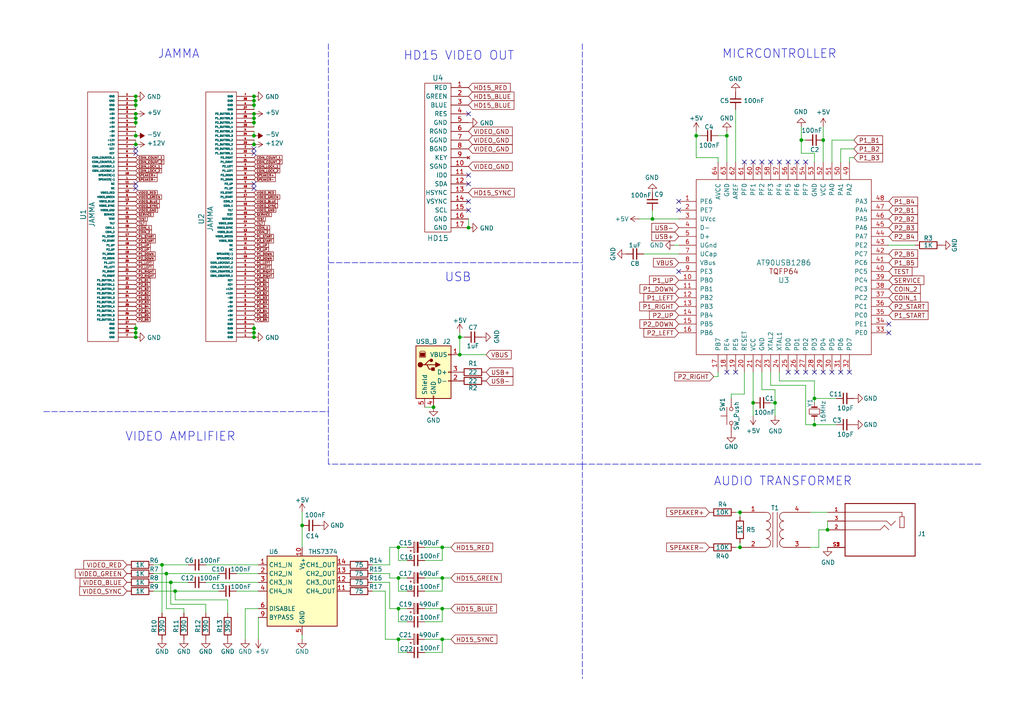
<source format=kicad_sch>
(kicad_sch (version 20231120) (generator "eeschema") (generator_version "8.0")
  (paper "A4")
  (junction (at 128.27 185.42))
  (junction (at 39.37 97.79))
  (junction (at 133.35 102.87))
  (junction (at 39.37 33.02))
  (junction (at 133.35 97.79))
  (junction (at 128.27 167.64))
  (junction (at 236.22 123.19))
  (junction (at 125.73 118.11))
  (junction (at 240.03 153.67))
  (junction (at 115.57 167.64))
  (junction (at 46.99 163.83))
  (junction (at 210.82 39.37))
  (junction (at 189.23 63.5))
  (junction (at 224.79 116.84))
  (junction (at 73.66 95.25))
  (junction (at 238.76 40.64))
  (junction (at 135.89 66.04))
  (junction (at 39.37 34.29))
  (junction (at 39.37 95.25))
  (junction (at 39.37 30.48))
  (junction (at 73.66 96.52))
  (junction (at 87.63 152.4))
  (junction (at 214.63 148.59))
  (junction (at 73.66 30.48))
  (junction (at 39.37 39.37))
  (junction (at 115.57 158.75))
  (junction (at 39.37 35.56))
  (junction (at 218.44 116.84))
  (junction (at 73.66 29.21))
  (junction (at 236.22 115.57))
  (junction (at 48.26 166.37))
  (junction (at 73.66 41.91))
  (junction (at 73.66 97.79))
  (junction (at 214.63 158.75))
  (junction (at 73.66 39.37))
  (junction (at 73.66 33.02))
  (junction (at 39.37 27.94))
  (junction (at 73.66 34.29))
  (junction (at 49.53 168.91))
  (junction (at 115.57 176.53))
  (junction (at 232.41 40.64))
  (junction (at 39.37 96.52))
  (junction (at 39.37 41.91))
  (junction (at 201.93 39.37))
  (junction (at 128.27 176.53))
  (junction (at 73.66 27.94))
  (junction (at 39.37 29.21))
  (junction (at 128.27 158.75))
  (junction (at 73.66 35.56))
  (junction (at 50.8 171.45))
  (junction (at 115.57 185.42))
  (no_connect (at 231.14 46.99))
  (no_connect (at 196.85 58.42))
  (no_connect (at 236.22 107.95))
  (no_connect (at 218.44 46.99))
  (no_connect (at 135.89 50.8))
  (no_connect (at 196.85 78.74))
  (no_connect (at 220.98 46.99))
  (no_connect (at 210.82 107.95))
  (no_connect (at 228.6 107.95))
  (no_connect (at 226.06 46.99))
  (no_connect (at 73.66 53.34))
  (no_connect (at 238.76 107.95))
  (no_connect (at 233.68 46.99))
  (no_connect (at 215.9 46.99))
  (no_connect (at 73.66 54.61))
  (no_connect (at 135.89 33.02))
  (no_connect (at 135.89 53.34))
  (no_connect (at 196.85 60.96))
  (no_connect (at 73.66 43.18))
  (no_connect (at 241.3 107.95))
  (no_connect (at 39.37 53.34))
  (no_connect (at 233.68 107.95))
  (no_connect (at 39.37 54.61))
  (no_connect (at 246.38 107.95))
  (no_connect (at 213.36 107.95))
  (no_connect (at 135.89 60.96))
  (no_connect (at 223.52 46.99))
  (no_connect (at 39.37 44.45))
  (no_connect (at 39.37 43.18))
  (no_connect (at 73.66 44.45))
  (no_connect (at 257.81 96.52))
  (no_connect (at 231.14 107.95))
  (no_connect (at 257.81 93.98))
  (no_connect (at 228.6 46.99))
  (no_connect (at 135.89 58.42))
  (no_connect (at 243.84 107.95))
  (wire (pts (xy 118.11 185.42) (xy 115.57 185.42)))
  (wire (pts (xy 44.45 163.83) (xy 46.99 163.83)))
  (polyline (pts (xy 168.91 134.62) (xy 168.91 196.85)) (stroke (width 0) (type dash)))
  (wire (pts (xy 50.8 171.45) (xy 63.5 171.45)))
  (wire (pts (xy 115.57 176.53) (xy 115.57 180.34)))
  (wire (pts (xy 46.99 163.83) (xy 46.99 177.8)))
  (wire (pts (xy 68.58 171.45) (xy 74.93 171.45)))
  (wire (pts (xy 39.37 35.56) (xy 39.37 34.29)))
  (wire (pts (xy 234.95 148.59) (xy 240.03 148.59)))
  (wire (pts (xy 186.69 73.66) (xy 196.85 73.66)))
  (wire (pts (xy 128.27 176.53) (xy 128.27 180.34)))
  (polyline (pts (xy 168.91 134.62) (xy 95.25 134.62)) (stroke (width 0) (type dash)))
  (wire (pts (xy 128.27 185.42) (xy 128.27 189.23)))
  (wire (pts (xy 215.9 107.95) (xy 215.9 114.3)))
  (wire (pts (xy 44.45 168.91) (xy 49.53 168.91)))
  (polyline (pts (xy 95.25 12.7) (xy 95.25 119.38)) (stroke (width 0) (type dash)))
  (wire (pts (xy 39.37 29.21) (xy 39.37 27.94)))
  (wire (pts (xy 39.37 31.75) (xy 39.37 30.48)))
  (wire (pts (xy 195.58 71.12) (xy 196.85 71.12)))
  (wire (pts (xy 238.76 46.99) (xy 238.76 40.64)))
  (wire (pts (xy 113.03 166.37) (xy 113.03 167.64)))
  (wire (pts (xy 87.63 184.15) (xy 87.63 185.42)))
  (wire (pts (xy 243.84 46.99) (xy 243.84 43.18)))
  (wire (pts (xy 115.57 167.64) (xy 115.57 171.45)))
  (wire (pts (xy 115.57 185.42) (xy 115.57 189.23)))
  (wire (pts (xy 224.79 116.84) (xy 224.79 113.03)))
  (wire (pts (xy 213.36 46.99) (xy 213.36 31.75)))
  (wire (pts (xy 73.66 95.25) (xy 73.66 93.98)))
  (wire (pts (xy 50.8 171.45) (xy 50.8 173.99)))
  (wire (pts (xy 238.76 36.83) (xy 238.76 40.64)))
  (wire (pts (xy 189.23 60.96) (xy 189.23 63.5)))
  (wire (pts (xy 66.04 173.99) (xy 66.04 177.8)))
  (wire (pts (xy 234.95 158.75) (xy 237.49 158.75)))
  (wire (pts (xy 128.27 180.34) (xy 123.19 180.34)))
  (wire (pts (xy 123.19 158.75) (xy 128.27 158.75)))
  (wire (pts (xy 240.03 153.67) (xy 240.03 151.13)))
  (wire (pts (xy 128.27 162.56) (xy 123.19 162.56)))
  (wire (pts (xy 53.34 176.53) (xy 53.34 177.8)))
  (wire (pts (xy 218.44 107.95) (xy 218.44 116.84)))
  (wire (pts (xy 73.66 39.37) (xy 73.66 38.1)))
  (wire (pts (xy 185.42 63.5) (xy 189.23 63.5)))
  (wire (pts (xy 87.63 152.4) (xy 87.63 158.75)))
  (wire (pts (xy 39.37 95.25) (xy 39.37 93.98)))
  (wire (pts (xy 107.95 168.91) (xy 113.03 168.91)))
  (wire (pts (xy 39.37 30.48) (xy 39.37 29.21)))
  (wire (pts (xy 236.22 121.92) (xy 236.22 123.19)))
  (wire (pts (xy 123.19 185.42) (xy 128.27 185.42)))
  (wire (pts (xy 115.57 162.56) (xy 118.11 162.56)))
  (wire (pts (xy 128.27 158.75) (xy 130.81 158.75)))
  (wire (pts (xy 73.66 96.52) (xy 73.66 95.25)))
  (wire (pts (xy 107.95 166.37) (xy 113.03 166.37)))
  (wire (pts (xy 220.98 113.03) (xy 220.98 107.95)))
  (wire (pts (xy 111.76 171.45) (xy 111.76 185.42)))
  (wire (pts (xy 212.09 114.3) (xy 215.9 114.3)))
  (wire (pts (xy 201.93 39.37) (xy 201.93 45.72)))
  (wire (pts (xy 210.82 39.37) (xy 210.82 46.99)))
  (wire (pts (xy 113.03 168.91) (xy 113.03 176.53)))
  (wire (pts (xy 123.19 176.53) (xy 128.27 176.53)))
  (wire (pts (xy 213.36 158.75) (xy 214.63 158.75)))
  (wire (pts (xy 39.37 39.37) (xy 39.37 38.1)))
  (wire (pts (xy 128.27 171.45) (xy 123.19 171.45)))
  (wire (pts (xy 46.99 163.83) (xy 54.61 163.83)))
  (wire (pts (xy 257.81 71.12) (xy 265.43 71.12)))
  (wire (pts (xy 73.66 34.29) (xy 73.66 33.02)))
  (wire (pts (xy 214.63 149.86) (xy 214.63 148.59)))
  (wire (pts (xy 73.66 41.91) (xy 73.66 40.64)))
  (wire (pts (xy 226.06 110.49) (xy 226.06 107.95)))
  (wire (pts (xy 241.3 46.99) (xy 241.3 40.64)))
  (wire (pts (xy 223.52 111.76) (xy 233.68 111.76)))
  (wire (pts (xy 218.44 116.84) (xy 218.44 120.65)))
  (wire (pts (xy 115.57 189.23) (xy 118.11 189.23)))
  (wire (pts (xy 115.57 171.45) (xy 118.11 171.45)))
  (wire (pts (xy 123.19 167.64) (xy 128.27 167.64)))
  (wire (pts (xy 39.37 36.83) (xy 39.37 35.56)))
  (wire (pts (xy 133.35 102.87) (xy 140.97 102.87)))
  (wire (pts (xy 128.27 167.64) (xy 128.27 171.45)))
  (wire (pts (xy 74.93 185.42) (xy 74.93 179.07)))
  (wire (pts (xy 118.11 176.53) (xy 115.57 176.53)))
  (wire (pts (xy 71.12 185.42) (xy 71.12 176.53)))
  (wire (pts (xy 107.95 171.45) (xy 111.76 171.45)))
  (wire (pts (xy 73.66 36.83) (xy 73.66 35.56)))
  (wire (pts (xy 39.37 41.91) (xy 39.37 40.64)))
  (wire (pts (xy 208.28 109.22) (xy 208.28 107.95)))
  (wire (pts (xy 73.66 97.79) (xy 73.66 96.52)))
  (wire (pts (xy 39.37 96.52) (xy 39.37 95.25)))
  (wire (pts (xy 39.37 97.79) (xy 39.37 96.52)))
  (wire (pts (xy 39.37 34.29) (xy 39.37 33.02)))
  (wire (pts (xy 128.27 158.75) (xy 128.27 162.56)))
  (wire (pts (xy 128.27 189.23) (xy 123.19 189.23)))
  (wire (pts (xy 213.36 148.59) (xy 214.63 148.59)))
  (wire (pts (xy 115.57 180.34) (xy 118.11 180.34)))
  (wire (pts (xy 212.09 115.57) (xy 212.09 114.3)))
  (wire (pts (xy 208.28 39.37) (xy 210.82 39.37)))
  (wire (pts (xy 48.26 166.37) (xy 63.5 166.37)))
  (wire (pts (xy 128.27 185.42) (xy 130.81 185.42)))
  (wire (pts (xy 44.45 171.45) (xy 50.8 171.45)))
  (wire (pts (xy 236.22 123.19) (xy 242.57 123.19)))
  (wire (pts (xy 128.27 167.64) (xy 130.81 167.64)))
  (wire (pts (xy 111.76 185.42) (xy 115.57 185.42)))
  (wire (pts (xy 189.23 63.5) (xy 196.85 63.5)))
  (wire (pts (xy 224.79 120.65) (xy 224.79 116.84)))
  (wire (pts (xy 71.12 176.53) (xy 74.93 176.53)))
  (polyline (pts (xy 95.25 134.62) (xy 95.25 119.38)) (stroke (width 0) (type dash)))
  (wire (pts (xy 224.79 116.84) (xy 223.52 116.84)))
  (wire (pts (xy 232.41 44.45) (xy 236.22 44.45)))
  (wire (pts (xy 236.22 44.45) (xy 236.22 46.99)))
  (polyline (pts (xy 284.48 134.62) (xy 168.91 134.62)) (stroke (width 0) (type dash)))
  (wire (pts (xy 68.58 166.37) (xy 74.93 166.37)))
  (wire (pts (xy 237.49 153.67) (xy 240.03 153.67)))
  (wire (pts (xy 53.34 176.53) (xy 48.26 176.53)))
  (wire (pts (xy 107.95 163.83) (xy 113.03 163.83)))
  (wire (pts (xy 246.38 46.99) (xy 246.38 45.72)))
  (wire (pts (xy 210.82 38.1) (xy 210.82 39.37)))
  (wire (pts (xy 214.63 157.48) (xy 214.63 158.75)))
  (wire (pts (xy 118.11 167.64) (xy 115.57 167.64)))
  (wire (pts (xy 115.57 158.75) (xy 115.57 162.56)))
  (wire (pts (xy 113.03 176.53) (xy 115.57 176.53)))
  (wire (pts (xy 243.84 43.18) (xy 247.65 43.18)))
  (wire (pts (xy 236.22 115.57) (xy 242.57 115.57)))
  (wire (pts (xy 232.41 40.64) (xy 232.41 44.45)))
  (wire (pts (xy 59.69 168.91) (xy 74.93 168.91)))
  (wire (pts (xy 233.68 111.76) (xy 233.68 123.19)))
  (wire (pts (xy 44.45 166.37) (xy 48.26 166.37)))
  (wire (pts (xy 59.69 175.26) (xy 59.69 177.8)))
  (wire (pts (xy 201.93 45.72) (xy 208.28 45.72)))
  (wire (pts (xy 123.19 118.11) (xy 125.73 118.11)))
  (wire (pts (xy 59.69 163.83) (xy 74.93 163.83)))
  (wire (pts (xy 73.66 35.56) (xy 73.66 34.29)))
  (wire (pts (xy 135.89 63.5) (xy 135.89 66.04)))
  (wire (pts (xy 232.41 40.64) (xy 233.68 40.64)))
  (wire (pts (xy 113.03 163.83) (xy 113.03 158.75)))
  (wire (pts (xy 113.03 167.64) (xy 115.57 167.64)))
  (wire (pts (xy 226.06 110.49) (xy 236.22 110.49)))
  (wire (pts (xy 241.3 40.64) (xy 247.65 40.64)))
  (wire (pts (xy 48.26 166.37) (xy 48.26 176.53)))
  (polyline (pts (xy 12.7 119.38) (xy 95.25 119.38)) (stroke (width 0) (type dash)))
  (wire (pts (xy 49.53 168.91) (xy 54.61 168.91)))
  (wire (pts (xy 128.27 176.53) (xy 130.81 176.53)))
  (wire (pts (xy 207.01 109.22) (xy 208.28 109.22)))
  (wire (pts (xy 237.49 158.75) (xy 237.49 153.67)))
  (wire (pts (xy 73.66 30.48) (xy 73.66 29.21)))
  (polyline (pts (xy 168.91 12.7) (xy 168.91 134.62)) (stroke (width 0) (type dash)))
  (wire (pts (xy 73.66 31.75) (xy 73.66 30.48)))
  (wire (pts (xy 224.79 113.03) (xy 220.98 113.03)))
  (wire (pts (xy 223.52 107.95) (xy 223.52 111.76)))
  (wire (pts (xy 236.22 110.49) (xy 236.22 115.57)))
  (wire (pts (xy 113.03 158.75) (xy 115.57 158.75)))
  (wire (pts (xy 201.93 38.1) (xy 201.93 39.37)))
  (wire (pts (xy 50.8 173.99) (xy 66.04 173.99)))
  (wire (pts (xy 87.63 148.59) (xy 87.63 152.4)))
  (wire (pts (xy 133.35 97.79) (xy 133.35 102.87)))
  (wire (pts (xy 201.93 39.37) (xy 203.2 39.37)))
  (wire (pts (xy 236.22 115.57) (xy 236.22 116.84)))
  (polyline (pts (xy 95.25 76.2) (xy 168.91 76.2)) (stroke (width 0) (type dash)))
  (wire (pts (xy 49.53 168.91) (xy 49.53 175.26)))
  (wire (pts (xy 233.68 123.19) (xy 236.22 123.19)))
  (wire (pts (xy 208.28 45.72) (xy 208.28 46.99)))
  (wire (pts (xy 118.11 158.75) (xy 115.57 158.75)))
  (wire (pts (xy 246.38 45.72) (xy 247.65 45.72)))
  (wire (pts (xy 133.35 97.79) (xy 134.62 97.79)))
  (wire (pts (xy 133.35 96.52) (xy 133.35 97.79)))
  (wire (pts (xy 49.53 175.26) (xy 59.69 175.26)))
  (wire (pts (xy 73.66 29.21) (xy 73.66 27.94)))
  (wire (pts (xy 232.41 36.83) (xy 232.41 40.64)))
  (text "VIDEO AMPLIFIER" (at 52.324 126.746 0) (effects (font (size 2.54 2.54))))
  (text "USB" (at 132.842 80.518 0) (effects (font (size 2.54 2.54))))
  (text "MICRCONTROLLER" (at 226.06 15.748 0) (effects (font (size 2.54 2.54))))
  (text "AUDIO TRANSFORMER" (at 227.076 139.7 0) (effects (font (size 2.54 2.54))))
  (text "HD15 VIDEO OUT" (at 133.096 16.256 0) (effects (font (size 2.54 2.54))))
  (text "JAMMA" (at 51.816 15.748 0) (effects (font (size 2.54 2.54))))
  (global_label "P1_B4" (shape input) (at 257.81 58.42 0) (property "Intersheetrefs" "${INTERSHEET_REFS}" (effects (hide yes))))
  (global_label "SERVICE" (shape input) (at 257.81 81.28 0) (property "Intersheetrefs" "${INTERSHEET_REFS}" (effects (hide yes))))
  (global_label "USB-" (shape input) (at 140.97 110.49 0) (property "Intersheetrefs" "${INTERSHEET_REFS}" (effects (hide yes))))
  (global_label "SPEAKER-" (shape input) (at 73.66 52.07 0) (effects (font (size 0.635 0.635))) (property "Intersheetrefs" "${INTERSHEET_REFS}" (effects (hide yes))))
  (global_label "COIN_1" (shape input) (at 257.81 86.36 0) (property "Intersheetrefs" "${INTERSHEET_REFS}" (effects (hide yes))))
  (global_label "P2_UP" (shape input) (at 73.66 72.39 0) (effects (font (size 0.635 0.635))) (property "Intersheetrefs" "${INTERSHEET_REFS}" (effects (hide yes))))
  (global_label "P1_START" (shape input) (at 39.37 68.58 0) (effects (font (size 0.635 0.635))) (property "Intersheetrefs" "${INTERSHEET_REFS}" (effects (hide yes))))
  (global_label "P2_B4" (shape input) (at 39.37 90.17 0) (effects (font (size 0.635 0.635))) (property "Intersheetrefs" "${INTERSHEET_REFS}" (effects (hide yes))))
  (global_label "VIDEO_SYNC" (shape input) (at 36.83 171.45 180) (property "Intersheetrefs" "${INTERSHEET_REFS}" (effects (hide yes))))
  (global_label "P1_RIGHT" (shape input) (at 196.85 88.9 180) (property "Intersheetrefs" "${INTERSHEET_REFS}" (effects (hide yes))))
  (global_label "USB-" (shape input) (at 196.85 66.04 180) (property "Intersheetrefs" "${INTERSHEET_REFS}" (effects (hide yes))))
  (global_label "SPEAKER+" (shape input) (at 73.66 50.8 0) (effects (font (size 0.635 0.635))) (property "Intersheetrefs" "${INTERSHEET_REFS}" (effects (hide yes))))
  (global_label "P1_DOWN" (shape input) (at 39.37 73.66 0) (effects (font (size 0.635 0.635))) (property "Intersheetrefs" "${INTERSHEET_REFS}" (effects (hide yes))))
  (global_label "P1_B4" (shape input) (at 39.37 88.9 0) (effects (font (size 0.635 0.635))) (property "Intersheetrefs" "${INTERSHEET_REFS}" (effects (hide yes))))
  (global_label "USB+" (shape input) (at 196.85 68.58 180) (property "Intersheetrefs" "${INTERSHEET_REFS}" (effects (hide yes))))
  (global_label "SPEAKER+" (shape input) (at 39.37 50.8 0) (effects (font (size 0.635 0.635))) (property "Intersheetrefs" "${INTERSHEET_REFS}" (effects (hide yes))))
  (global_label "TEST" (shape input) (at 257.81 78.74 0) (property "Intersheetrefs" "${INTERSHEET_REFS}" (effects (hide yes))))
  (global_label "VIDEO_BLUE" (shape input) (at 73.66 58.42 0) (effects (font (size 0.635 0.635))) (property "Intersheetrefs" "${INTERSHEET_REFS}" (effects (hide yes))))
  (global_label "P1_B1" (shape input) (at 39.37 81.28 0) (effects (font (size 0.635 0.635))) (property "Intersheetrefs" "${INTERSHEET_REFS}" (effects (hide yes))))
  (global_label "COIN_LOCK_1" (shape input) (at 73.66 48.26 0) (effects (font (size 0.635 0.635))) (property "Intersheetrefs" "${INTERSHEET_REFS}" (effects (hide yes))))
  (global_label "P1_B1" (shape input) (at 73.66 81.28 0) (effects (font (size 0.635 0.635))) (property "Intersheetrefs" "${INTERSHEET_REFS}" (effects (hide yes))))
  (global_label "VIDEO_RED" (shape input) (at 36.83 163.83 180) (property "Intersheetrefs" "${INTERSHEET_REFS}" (effects (hide yes))))
  (global_label "P2_UP" (shape input) (at 39.37 72.39 0) (effects (font (size 0.635 0.635))) (property "Intersheetrefs" "${INTERSHEET_REFS}" (effects (hide yes))))
  (global_label "P1_B5" (shape input) (at 39.37 91.44 0) (effects (font (size 0.635 0.635))) (property "Intersheetrefs" "${INTERSHEET_REFS}" (effects (hide yes))))
  (global_label "P2_DOWN" (shape input) (at 39.37 74.93 0) (effects (font (size 0.635 0.635))) (property "Intersheetrefs" "${INTERSHEET_REFS}" (effects (hide yes))))
  (global_label "P1_B3" (shape input) (at 39.37 86.36 0) (effects (font (size 0.635 0.635))) (property "Intersheetrefs" "${INTERSHEET_REFS}" (effects (hide yes))))
  (global_label "TEST" (shape input) (at 39.37 63.5 0) (effects (font (size 0.635 0.635))) (property "Intersheetrefs" "${INTERSHEET_REFS}" (effects (hide yes))))
  (global_label "COIN_2" (shape input) (at 73.66 67.31 0) (effects (font (size 0.635 0.635))) (property "Intersheetrefs" "${INTERSHEET_REFS}" (effects (hide yes))))
  (global_label "P1_RIGHT" (shape input) (at 39.37 78.74 0) (effects (font (size 0.635 0.635))) (property "Intersheetrefs" "${INTERSHEET_REFS}" (effects (hide yes))))
  (global_label "P1_LEFT" (shape input) (at 39.37 76.2 0) (effects (font (size 0.635 0.635))) (property "Intersheetrefs" "${INTERSHEET_REFS}" (effects (hide yes))))
  (global_label "COIN_COUNT_2" (shape input) (at 73.66 46.99 0) (effects (font (size 0.635 0.635))) (property "Intersheetrefs" "${INTERSHEET_REFS}" (effects (hide yes))))
  (global_label "P1_B3" (shape input) (at 247.65 45.72 0) (property "Intersheetrefs" "${INTERSHEET_REFS}" (effects (hide yes))))
  (global_label "HD15_RED" (shape input) (at 135.89 25.4 0) (property "Intersheetrefs" "${INTERSHEET_REFS}" (effects (hide yes))))
  (global_label "VIDEO_GND" (shape input) (at 39.37 60.96 0) (effects (font (size 0.635 0.635))) (property "Intersheetrefs" "${INTERSHEET_REFS}" (effects (hide yes))))
  (global_label "P1_UP" (shape input) (at 196.85 81.28 180) (property "Intersheetrefs" "${INTERSHEET_REFS}" (effects (hide yes))))
  (global_label "SPEAKER-" (shape input) (at 205.74 158.75 180) (property "Intersheetrefs" "${INTERSHEET_REFS}" (effects (hide yes))))
  (global_label "P2_B4" (shape input) (at 73.66 90.17 0) (effects (font (size 0.635 0.635))) (property "Intersheetrefs" "${INTERSHEET_REFS}" (effects (hide yes))))
  (global_label "P2_DOWN" (shape input) (at 196.85 93.98 180) (property "Intersheetrefs" "${INTERSHEET_REFS}" (effects (hide yes))))
  (global_label "TILT" (shape input) (at 73.66 64.77 0) (effects (font (size 0.635 0.635))) (property "Intersheetrefs" "${INTERSHEET_REFS}" (effects (hide yes))))
  (global_label "P1_B1" (shape input) (at 247.65 40.64 0) (property "Intersheetrefs" "${INTERSHEET_REFS}" (effects (hide yes))))
  (global_label "COIN_COUNT_1" (shape input) (at 73.66 45.72 0) (effects (font (size 0.635 0.635))) (property "Intersheetrefs" "${INTERSHEET_REFS}" (effects (hide yes))))
  (global_label "COIN_LOCK_1" (shape input) (at 39.37 48.26 0) (effects (font (size 0.635 0.635))) (property "Intersheetrefs" "${INTERSHEET_REFS}" (effects (hide yes))))
  (global_label "HD15_BLUE" (shape input) (at 135.89 27.94 0) (property "Intersheetrefs" "${INTERSHEET_REFS}" (effects (hide yes))))
  (global_label "VIDEO_GND" (shape input) (at 135.89 48.26 0) (property "Intersheetrefs" "${INTERSHEET_REFS}" (effects (hide yes))))
  (global_label "HD15_BLUE" (shape input) (at 135.89 30.48 0) (property "Intersheetrefs" "${INTERSHEET_REFS}" (effects (hide yes))))
  (global_label "P1_B2" (shape input) (at 73.66 83.82 0) (effects (font (size 0.635 0.635))) (property "Intersheetrefs" "${INTERSHEET_REFS}" (effects (hide yes))))
  (global_label "P2_START" (shape input) (at 39.37 69.85 0) (effects (font (size 0.635 0.635))) (property "Intersheetrefs" "${INTERSHEET_REFS}" (effects (hide yes))))
  (global_label "TEST" (shape input) (at 73.66 63.5 0) (effects (font (size 0.635 0.635))) (property "Intersheetrefs" "${INTERSHEET_REFS}" (effects (hide yes))))
  (global_label "P2_B2" (shape input) (at 257.81 63.5 0) (property "Intersheetrefs" "${INTERSHEET_REFS}" (effects (hide yes))))
  (global_label "P2_B5" (shape input) (at 257.81 73.66 0) (property "Intersheetrefs" "${INTERSHEET_REFS}" (effects (hide yes))))
  (global_label "VIDEO_GND" (shape input) (at 135.89 40.64 0) (property "Intersheetrefs" "${INTERSHEET_REFS}" (effects (hide yes))))
  (global_label "P2_RIGHT" (shape input) (at 73.66 80.01 0) (effects (font (size 0.635 0.635))) (property "Intersheetrefs" "${INTERSHEET_REFS}" (effects (hide yes))))
  (global_label "P1_DOWN" (shape input) (at 73.66 73.66 0) (effects (font (size 0.635 0.635))) (property "Intersheetrefs" "${INTERSHEET_REFS}" (effects (hide yes))))
  (global_label "P1_DOWN" (shape input) (at 196.85 83.82 180) (property "Intersheetrefs" "${INTERSHEET_REFS}" (effects (hide yes))))
  (global_label "P2_LEFT" (shape input) (at 39.37 77.47 0) (effects (font (size 0.635 0.635))) (property "Intersheetrefs" "${INTERSHEET_REFS}" (effects (hide yes))))
  (global_label "VIDEO_GREEN" (shape input) (at 73.66 57.15 0) (effects (font (size 0.635 0.635))) (property "Intersheetrefs" "${INTERSHEET_REFS}" (effects (hide yes))))
  (global_label "P2_START" (shape input) (at 257.81 88.9 0) (property "Intersheetrefs" "${INTERSHEET_REFS}" (effects (hide yes))))
  (global_label "P1_UP" (shape input) (at 73.66 71.12 0) (effects (font (size 0.635 0.635))) (property "Intersheetrefs" "${INTERSHEET_REFS}" (effects (hide yes))))
  (global_label "TILT" (shape input) (at 39.37 64.77 0) (effects (font (size 0.635 0.635))) (property "Intersheetrefs" "${INTERSHEET_REFS}" (effects (hide yes))))
  (global_label "HD15_RED" (shape input) (at 130.81 158.75 0) (property "Intersheetrefs" "${INTERSHEET_REFS}" (effects (hide yes))))
  (global_label "COIN_2" (shape input) (at 257.81 83.82 0) (property "Intersheetrefs" "${INTERSHEET_REFS}" (effects (hide yes))))
  (global_label "VIDEO_GND" (shape input) (at 135.89 38.1 0) (property "Intersheetrefs" "${INTERSHEET_REFS}" (effects (hide yes))))
  (global_label "SPEAKER+" (shape input) (at 205.74 148.59 180) (property "Intersheetrefs" "${INTERSHEET_REFS}" (effects (hide yes))))
  (global_label "VIDEO_GND" (shape input) (at 135.89 43.18 0) (property "Intersheetrefs" "${INTERSHEET_REFS}" (effects (hide yes))))
  (global_label "SPEAKER-" (shape input) (at 39.37 52.07 0) (effects (font (size 0.635 0.635))) (property "Intersheetrefs" "${INTERSHEET_REFS}" (effects (hide yes))))
  (global_label "P2_B5" (shape input) (at 39.37 92.71 0) (effects (font (size 0.635 0.635))) (property "Intersheetrefs" "${INTERSHEET_REFS}" (effects (hide yes))))
  (global_label "P1_START" (shape input) (at 73.66 68.58 0) (effects (font (size 0.635 0.635))) (property "Intersheetrefs" "${INTERSHEET_REFS}" (effects (hide yes))))
  (global_label "VIDEO_SYNC" (shape input) (at 39.37 59.69 0) (effects (font (size 0.635 0.635))) (property "Intersheetrefs" "${INTERSHEET_REFS}" (effects (hide yes))))
  (global_label "P1_B5" (shape input) (at 73.66 91.44 0) (effects (font (size 0.635 0.635))) (property "Intersheetrefs" "${INTERSHEET_REFS}" (effects (hide yes))))
  (global_label "SERVICE" (shape input) (at 39.37 62.23 0) (effects (font (size 0.635 0.635))) (property "Intersheetrefs" "${INTERSHEET_REFS}" (effects (hide yes))))
  (global_label "COIN_LOCK_2" (shape input) (at 39.37 49.53 0) (effects (font (size 0.635 0.635))) (property "Intersheetrefs" "${INTERSHEET_REFS}" (effects (hide yes))))
  (global_label "P2_B1" (shape input) (at 257.81 60.96 0) (property "Intersheetrefs" "${INTERSHEET_REFS}" (effects (hide yes))))
  (global_label "P1_RIGHT" (shape input) (at 73.66 78.74 0) (effects (font (size 0.635 0.635))) (property "Intersheetrefs" "${INTERSHEET_REFS}" (effects (hide yes))))
  (global_label "VBUS" (shape input) (at 140.97 102.87 0) (property "Intersheetrefs" "${INTERSHEET_REFS}" (effects (hide yes))))
  (global_label "P1_LEFT" (shape input) (at 73.66 76.2 0) (effects (font (size 0.635 0.635))) (property "Intersheetrefs" "${INTERSHEET_REFS}" (effects (hide yes))))
  (global_label "P1_LEFT" (shape input) (at 196.85 86.36 180) (property "Intersheetrefs" "${INTERSHEET_REFS}" (effects (hide yes))))
  (global_label "P2_B3" (shape input) (at 257.81 66.04 0) (property "Intersheetrefs" "${INTERSHEET_REFS}" (effects (hide yes))))
  (global_label "P2_B5" (shape input) (at 73.66 92.71 0) (effects (font (size 0.635 0.635))) (property "Intersheetrefs" "${INTERSHEET_REFS}" (effects (hide yes))))
  (global_label "HD15_SYNC" (shape input) (at 130.81 185.42 0) (property "Intersheetrefs" "${INTERSHEET_REFS}" (effects (hide yes))))
  (global_label "HD15_BLUE" (shape input) (at 130.81 176.53 0) (property "Intersheetrefs" "${INTERSHEET_REFS}" (effects (hide yes))))
  (global_label "COIN_2" (shape input) (at 39.37 67.31 0) (effects (font (size 0.635 0.635))) (property "Intersheetrefs" "${INTERSHEET_REFS}" (effects (hide yes))))
  (global_label "VIDEO_GREEN" (shape input) (at 39.37 57.15 0) (effects (font (size 0.635 0.635))) (property "Intersheetrefs" "${INTERSHEET_REFS}" (effects (hide yes))))
  (global_label "COIN_1" (shape input) (at 39.37 66.04 0) (effects (font (size 0.635 0.635))) (property "Intersheetrefs" "${INTERSHEET_REFS}" (effects (hide yes))))
  (global_label "VBUS" (shape input) (at 196.85 76.2 180) (property "Intersheetrefs" "${INTERSHEET_REFS}" (effects (hide yes))))
  (global_label "VIDEO_RED" (shape input) (at 73.66 55.88 0) (effects (font (size 0.635 0.635))) (property "Intersheetrefs" "${INTERSHEET_REFS}" (effects (hide yes))))
  (global_label "VIDEO_BLUE" (shape input) (at 36.83 168.91 180) (property "Intersheetrefs" "${INTERSHEET_REFS}" (effects (hide yes))))
  (global_label "P2_B1" (shape input) (at 39.37 82.55 0) (effects (font (size 0.635 0.635))) (property "Intersheetrefs" "${INTERSHEET_REFS}" (effects (hide yes))))
  (global_label "P2_B1" (shape input) (at 73.66 82.55 0) (effects (font (size 0.635 0.635))) (property "Intersheetrefs" "${INTERSHEET_REFS}" (effects (hide yes))))
  (global_label "COIN_COUNT_2" (shape input) (at 39.37 46.99 0) (effects (font (size 0.635 0.635))) (property "Intersheetrefs" "${INTERSHEET_REFS}" (effects (hide yes))))
  (global_label "P1_B2" (shape input) (at 247.65 43.18 0) (property "Intersheetrefs" "${INTERSHEET_REFS}" (effects (hide yes))))
  (global_label "P1_B4" (shape input) (at 73.66 88.9 0) (effects (font (size 0.635 0.635))) (property "Intersheetrefs" "${INTERSHEET_REFS}" (effects (hide yes))))
  (global_label "P2_LEFT" (shape input) (at 196.85 96.52 180) (property "Intersheetrefs" "${INTERSHEET_REFS}" (effects (hide yes))))
  (global_label "P2_RIGHT" (shape input) (at 207.01 109.22 180) (property "Intersheetrefs" "${INTERSHEET_REFS}" (effects (hide yes))))
  (global_label "HD15_GREEN" (shape input) (at 130.81 167.64 0) (property "Intersheetrefs" "${INTERSHEET_REFS}" (effects (hide yes))))
  (global_label "P1_B5" (shape input) (at 257.81 76.2 0) (property "Intersheetrefs" "${INTERSHEET_REFS}" (effects (hide yes))))
  (global_label "COIN_COUNT_1" (shape input) (at 39.37 45.72 0) (effects (font (size 0.635 0.635))) (property "Intersheetrefs" "${INTERSHEET_REFS}" (effects (hide yes))))
  (global_label "P2_RIGHT" (shape input) (at 39.37 80.01 0) (effects (font (size 0.635 0.635))) (property "Intersheetrefs" "${INTERSHEET_REFS}" (effects (hide yes))))
  (global_label "P2_START" (shape input) (at 73.66 69.85 0) (effects (font (size 0.635 0.635))) (property "Intersheetrefs" "${INTERSHEET_REFS}" (effects (hide yes))))
  (global_label "P2_B3" (shape input) (at 39.37 87.63 0) (effects (font (size 0.635 0.635))) (property "Intersheetrefs" "${INTERSHEET_REFS}" (effects (hide yes))))
  (global_label "VIDEO_GREEN" (shape input) (at 36.83 166.37 180) (property "Intersheetrefs" "${INTERSHEET_REFS}" (effects (hide yes))))
  (global_label "VIDEO_GND" (shape input) (at 73.66 60.96 0) (effects (font (size 0.635 0.635))) (property "Intersheetrefs" "${INTERSHEET_REFS}" (effects (hide yes))))
  (global_label "P2_B2" (shape input) (at 39.37 85.09 0) (effects (font (size 0.635 0.635))) (property "Intersheetrefs" "${INTERSHEET_REFS}" (effects (hide yes))))
  (global_label "P2_LEFT" (shape input) (at 73.66 77.47 0) (effects (font (size 0.635 0.635))) (property "Intersheetrefs" "${INTERSHEET_REFS}" (effects (hide yes))))
  (global_label "USB+" (shape input) (at 140.97 107.95 0) (property "Intersheetrefs" "${INTERSHEET_REFS}" (effects (hide yes))))
  (global_label "VIDEO_RED" (shape input) (at 39.37 55.88 0) (effects (font (size 0.635 0.635))) (property "Intersheetrefs" "${INTERSHEET_REFS}" (effects (hide yes))))
  (global_label "COIN_1" (shape input) (at 73.66 66.04 0) (effects (font (size 0.635 0.635))) (property "Intersheetrefs" "${INTERSHEET_REFS}" (effects (hide yes))))
  (global_label "P2_B3" (shape input) (at 73.66 87.63 0) (effects (font (size 0.635 0.635))) (property "Intersheetrefs" "${INTERSHEET_REFS}" (effects (hide yes))))
  (global_label "P1_START" (shape input) (at 257.81 91.44 0) (property "Intersheetrefs" "${INTERSHEET_REFS}" (effects (hide yes))))
  (global_label "P2_UP" (shape input) (at 196.85 91.44 180) (property "Intersheetrefs" "${INTERSHEET_REFS}" (effects (hide yes))))
  (global_label "P1_B3" (shape input) (at 73.66 86.36 0) (effects (font (size 0.635 0.635))) (property "Intersheetrefs" "${INTERSHEET_REFS}" (effects (hide yes))))
  (global_label "P1_B2" (shape input) (at 39.37 83.82 0) (effects (font (size 0.635 0.635))) (property "Intersheetrefs" "${INTERSHEET_REFS}" (effects (hide yes))))
  (global_label "SERVICE" (shape input) (at 73.66 62.23 0) (effects (font (size 0.635 0.635))) (property "Intersheetrefs" "${INTERSHEET_REFS}" (effects (hide yes))))
  (global_label "P1_UP" (shape input) (at 39.37 71.12 0) (effects (font (size 0.635 0.635))) (property "Intersheetrefs" "${INTERSHEET_REFS}" (effects (hide yes))))
  (global_label "VIDEO_BLUE" (shape input) (at 39.37 58.42 0) (effects (font (size 0.635 0.635))) (property "Intersheetrefs" "${INTERSHEET_REFS}" (effects (hide yes))))
  (global_label "COIN_LOCK_2" (shape input) (at 73.66 49.53 0) (effects (font (size 0.635 0.635))) (property "Intersheetrefs" "${INTERSHEET_REFS}" (effects (hide yes))))
  (global_label "VIDEO_SYNC" (shape input) (at 73.66 59.69 0) (effects (font (size 0.635 0.635))) (property "Intersheetrefs" "${INTERSHEET_REFS}" (effects (hide yes))))
  (global_label "P2_B2" (shape input) (at 73.66 85.09 0) (effects (font (size 0.635 0.635))) (property "Intersheetrefs" "${INTERSHEET_REFS}" (effects (hide yes))))
  (global_label "P2_B4" (shape input) (at 257.81 68.58 0) (property "Intersheetrefs" "${INTERSHEET_REFS}" (effects (hide yes))))
  (global_label "P2_DOWN" (shape input) (at 73.66 74.93 0) (effects (font (size 0.635 0.635))) (property "Intersheetrefs" "${INTERSHEET_REFS}" (effects (hide yes))))
  (global_label "HD15_SYNC" (shape input) (at 135.89 55.88 0) (property "Intersheetrefs" "${INTERSHEET_REFS}" (effects (hide yes))))
  (symbol (lib_id "jamma-streamer-rescue:AT90USB1286-jamma-streamer-rescue") (at 227.33 77.47 0) (unit 1)
    (property "Reference" "U3" (at 227.33 81.28 0) (effects (font (size 1.524 1.524))))
    (property "Value" "AT90USB1286" (at 227.33 76.2 0) (effects (font (size 1.524 1.524))))
    (property "Footprint" "Package_QFP:TQFP-64_14x14mm_P0.8mm" (effects (hide yes)))
  )
  (symbol (lib_id "jamma-streamer-rescue:R-jamma-streamer-rescue") (at 137.16 107.95 270) (unit 1)
    (property "Reference" "R1" (at 137.16 105.41 90))
    (property "Value" "22" (at 137.16 107.95 90))
    (property "Footprint" "Resistor_SMD:R_0805_2012Metric" (effects (hide yes)))
  )
  (symbol (lib_id "jamma-streamer-rescue:R-jamma-streamer-rescue") (at 137.16 110.49 270) (unit 1)
    (property "Reference" "R2" (at 137.16 112.522 90))
    (property "Value" "22" (at 137.16 110.49 90))
    (property "Footprint" "Resistor_SMD:R_0805_2012Metric" (effects (hide yes)))
  )
  (symbol (lib_id "jamma-streamer-rescue:GND-jamma-streamer-rescue") (at 181.61 73.66 270) (unit 1)
    (property "Reference" "#PWR04" (effects (hide yes)))
    (property "Value" "GND" (at 177.8 73.66 0))
  )
  (symbol (lib_id "jamma-streamer-rescue:GND-jamma-streamer-rescue") (at 212.09 125.73 0) (unit 1)
    (property "Reference" "#PWR05" (effects (hide yes)))
    (property "Value" "GND" (at 212.09 129.54 0))
  )
  (symbol (lib_id "jamma-streamer-rescue:R-jamma-streamer-rescue") (at 269.24 71.12 270) (unit 1)
    (property "Reference" "R3" (at 269.24 69.088 90))
    (property "Value" "1K" (at 269.24 71.12 90))
    (property "Footprint" "Resistor_SMD:R_0805_2012Metric" (effects (hide yes)))
  )
  (symbol (lib_id "jamma-streamer-rescue:SW_Push-jamma-streamer-rescue") (at 212.09 120.65 90) (unit 1)
    (property "Reference" "SW1" (at 209.55 119.38 0) (effects (justify left)))
    (property "Value" "SW_Push" (at 213.614 120.65 0))
    (property "Footprint" "Button_Switch_THT:SW_PUSH_6mm" (effects (hide yes)))
  )
  (symbol (lib_id "jamma-streamer-rescue:GND-jamma-streamer-rescue") (at 273.05 71.12 90) (unit 1)
    (property "Reference" "#PWR06" (effects (hide yes)))
    (property "Value" "GND" (at 276.86 71.12 0))
  )
  (symbol (lib_id "jamma-streamer-rescue:Crystal_Small-jamma-streamer-rescue") (at 236.22 119.38 90) (unit 1)
    (property "Reference" "Y1" (at 234.95 116.84 0))
    (property "Value" "16MHz" (at 238.76 119.38 0))
    (property "Footprint" "Crystal:Crystal_HC49-4H_Vertical" (effects (hide yes)))
  )
  (symbol (lib_id "jamma-streamer-rescue:GND-jamma-streamer-rescue") (at 247.65 123.19 90) (unit 1)
    (property "Reference" "#PWR07" (effects (hide yes)))
    (property "Value" "GND" (at 252.476 123.19 90))
  )
  (symbol (lib_id "jamma-streamer-rescue:GND-jamma-streamer-rescue") (at 247.65 115.57 90) (unit 1)
    (property "Reference" "#PWR08" (effects (hide yes)))
    (property "Value" "GND" (at 252.476 115.57 90))
  )
  (symbol (lib_id "jamma-streamer-rescue:JAMMA-jamma-streamer-rescue") (at 66.04 63.5 270) (mirror x) (unit 1)
    (property "Reference" "U2" (at 58.42 63.5 0) (effects (font (size 1.524 1.524))))
    (property "Value" "JAMMA" (at 60.96 63.5 0) (effects (font (size 1.524 1.524))))
    (property "Footprint" "footprints:JAMMA" (effects (hide yes)))
  )
  (symbol (lib_id "jamma-streamer-rescue:JAMMA-jamma-streamer-rescue") (at 31.75 62.23 270) (unit 1)
    (property "Reference" "U1" (at 24.13 62.23 0) (effects (font (size 1.524 1.524))))
    (property "Value" "JAMMA" (at 26.67 62.23 0) (effects (font (size 1.524 1.524))))
    (property "Footprint" "footprints:JAMMA" (effects (hide yes)))
  )
  (symbol (lib_id "jamma-streamer-rescue:HD15-jamma") (at 127 43.18 0) (unit 1)
    (property "Reference" "U4" (at 127 22.606 0) (effects (font (size 1.524 1.524))))
    (property "Value" "HD15" (at 127 69.088 0) (effects (font (size 1.524 1.524))))
    (property "Footprint" "Connector_Dsub:DSUB-15-HD_Female_Horizontal_P2.29x2.54mm_EdgePinOffset9.40mm" (effects (hide yes)))
  )
  (symbol (lib_id "jamma-streamer-rescue:USB_B-Connector") (at 125.73 107.95 0) (unit 1)
    (property "Reference" "J2" (at 129.54 99.06 0))
    (property "Value" "USB_B" (at 123.698 99.06 0))
    (property "Footprint" "Connector_USB:USB_B_OST_USB-B1HSxx_Horizontal" (effects (hide yes)))
    (property "Datasheet" " ~" (effects (hide yes)))
  )
  (symbol (lib_id "jamma-streamer-rescue:GND-jamma-streamer-rescue") (at 125.73 118.11 0) (unit 1)
    (property "Reference" "#PWR0110" (effects (hide yes)))
    (property "Value" "GND" (at 125.73 121.92 0))
  )
  (symbol (lib_id "jamma-streamer-rescue:SJ1-3533NS-SJ1-3533NS") (at 255.27 153.67 0) (mirror y) (unit 1)
    (property "Reference" "J1" (at 266.1666 154.8384 0) (effects (justify right)))
    (property "Value" "SJ1-3533NS" (effects (hide yes)))
    (property "Footprint" "footprints:CUI_SJ1-3533NS" (effects (hide yes)))
    (property "Datasheet" "CUI" (effects (hide yes)))
    (property "Field4" "Manufacturer recommendation" (effects (hide yes)))
    (property "Field5" "1.01" (effects (hide yes)))
  )
  (symbol (lib_id "jamma-streamer-rescue:GND-power") (at 240.03 158.75 0) (unit 1)
    (property "Reference" "#PWR0101" (effects (hide yes)))
    (property "Value" "GND" (at 240.157 163.1442 0))
  )
  (symbol (lib_id "Device:R") (at 209.55 148.59 90) (unit 1)
    (property "Reference" "R4" (at 209.55 146.304 90))
    (property "Value" "10K" (at 209.55 148.59 90))
    (property "Footprint" "Resistor_SMD:R_0805_2012Metric" (effects (hide yes)))
  )
  (symbol (lib_id "Device:Transformer_1P_1S") (at 224.79 153.67 0) (unit 1)
    (property "Reference" "T1" (at 224.79 147.32 0))
    (property "Value" "Transformer_1P_1S" (effects (hide yes)))
    (property "Footprint" "footprints:560G" (effects (hide yes)))
  )
  (symbol (lib_id "Device:R") (at 209.55 158.75 90) (unit 1)
    (property "Reference" "R40" (at 209.55 161.29 90))
    (property "Value" "10K" (at 209.55 158.75 90))
    (property "Footprint" "Resistor_SMD:R_0805_2012Metric" (effects (hide yes)))
  )
  (symbol (lib_id "Device:R") (at 214.63 153.67 0) (unit 1)
    (property "Reference" "R5" (at 216.408 153.67 0) (effects (justify left)))
    (property "Value" "1K" (at 214.63 154.94 90) (effects (justify left)))
    (property "Footprint" "Resistor_SMD:R_0805_2012Metric" (effects (hide yes)))
  )
  (symbol (lib_id "Device:C_Polarized_Small") (at 120.65 176.53 90) (unit 1)
    (property "Reference" "C19" (at 117.602 175.26 90))
    (property "Value" "490uF" (at 124.46 175.26 90))
    (property "Footprint" "Capacitor_THT:CP_Radial_D8.0mm_P3.50mm" (effects (hide yes)))
    (property "Description" "Polarized capacitor, small symbol" (effects (hide yes)))
  )
  (symbol (lib_id "jamma-streamer-rescue:GND-jamma-streamer-rescue") (at 39.37 27.94 90) (mirror x) (unit 1)
    (property "Reference" "#PWR022" (effects (hide yes)))
    (property "Value" "GND" (at 42.6212 28.067 90) (effects (justify right)))
  )
  (symbol (lib_id "jamma-streamer-rescue:+5V-jamma-streamer-rescue") (at 185.42 63.5 90) (unit 1)
    (property "Reference" "#PWR017" (effects (hide yes)))
    (property "Value" "+5V" (at 180.34 63.5 90))
  )
  (symbol (lib_id "Device:C_Polarized_Small") (at 120.65 185.42 90) (unit 1)
    (property "Reference" "C21" (at 117.602 184.15 90))
    (property "Value" "490uF" (at 124.46 184.15 90))
    (property "Footprint" "Capacitor_THT:CP_Radial_D8.0mm_P3.50mm" (effects (hide yes)))
    (property "Description" "Polarized capacitor, small symbol" (effects (hide yes)))
  )
  (symbol (lib_id "jamma-streamer-rescue:GND-jamma-streamer-rescue") (at 59.69 185.42 0) (unit 1)
    (property "Reference" "#PWR034" (effects (hide yes)))
    (property "Value" "GND" (at 59.69 188.976 0))
  )
  (symbol (lib_id "Device:C_Small") (at 120.65 162.56 90) (unit 1)
    (property "Reference" "C16" (at 117.856 161.544 90))
    (property "Value" "100nF" (at 124.714 161.29 90))
    (property "Footprint" "Capacitor_SMD:C_0805_2012Metric" (effects (hide yes)))
  )
  (symbol (lib_id "Device:C_Small") (at 245.11 115.57 90) (unit 1)
    (property "Reference" "C11" (at 244.348 114.3 90) (effects (justify left)))
    (property "Value" "10pF" (at 247.65 118.364 90) (effects (justify left)))
    (property "Footprint" "Capacitor_SMD:C_0805_2012Metric" (effects (hide yes)))
    (property "Description" "Unpolarized capacitor, small symbol" (effects (hide yes)))
  )
  (symbol (lib_id "jamma-streamer-rescue:R-jamma-streamer-rescue") (at 40.64 163.83 270) (unit 1)
    (property "Reference" "R6" (at 44.704 162.56 90))
    (property "Value" "1K" (at 40.64 163.83 90))
    (property "Footprint" "Resistor_SMD:R_0805_2012Metric" (effects (hide yes)))
  )
  (symbol (lib_id "jamma-streamer-rescue:GND-jamma-streamer-rescue") (at 135.89 35.56 90) (mirror x) (unit 1)
    (property "Reference" "#PWR030" (effects (hide yes)))
    (property "Value" "GND" (at 139.1412 35.687 90) (effects (justify right)))
  )
  (symbol (lib_id "Device:C_Small") (at 189.23 58.42 0) (unit 1)
    (property "Reference" "C9" (at 189.738 56.388 0) (effects (justify left)))
    (property "Value" "100nF" (at 182.88 56.642 0) (effects (justify left)))
    (property "Footprint" "Capacitor_SMD:C_0805_2012Metric" (effects (hide yes)))
  )
  (symbol (lib_id "jamma-streamer-rescue:GND-jamma-streamer-rescue") (at 66.04 185.42 0) (unit 1)
    (property "Reference" "#PWR035" (effects (hide yes)))
    (property "Value" "GND" (at 66.04 188.976 0))
  )
  (symbol (lib_id "jamma-streamer-rescue:GND-jamma-streamer-rescue") (at 92.71 152.4 90) (unit 1)
    (property "Reference" "#PWR038" (effects (hide yes)))
    (property "Value" "GND" (at 97.79 152.4 90))
  )
  (symbol (lib_id "Device:C_Small") (at 120.65 180.34 90) (unit 1)
    (property "Reference" "C20" (at 117.856 179.324 90))
    (property "Value" "100nF" (at 124.714 179.07 90))
    (property "Footprint" "Capacitor_SMD:C_0805_2012Metric" (effects (hide yes)))
  )
  (symbol (lib_id "Device:C_Small") (at 205.74 39.37 90) (unit 1)
    (property "Reference" "C4" (at 207.01 36.83 90) (effects (justify left)))
    (property "Value" "100nF" (at 208.788 42.164 90) (effects (justify left)))
    (property "Footprint" "Capacitor_SMD:C_0805_2012Metric" (effects (hide yes)))
  )
  (symbol (lib_id "power:+5V") (at 238.76 36.83 0) (unit 1)
    (property "Reference" "#PWR012" (effects (hide yes)))
    (property "Value" "+5V" (at 238.76 32.512 0))
  )
  (symbol (lib_id "Device:C_Small") (at 213.36 29.21 0) (unit 1)
    (property "Reference" "C5" (at 208.788 29.21 0) (effects (justify left)))
    (property "Value" "100nF" (at 215.646 29.21 0) (effects (justify left)))
    (property "Footprint" "Capacitor_SMD:C_0805_2012Metric" (effects (hide yes)))
  )
  (symbol (lib_id "jamma-streamer-rescue:-5V-power") (at 73.66 39.37 270) (mirror x) (unit 1)
    (property "Reference" "#PWR026" (effects (hide yes)))
    (property "Value" "-5V" (at 76.9112 38.989 90) (effects (justify left)))
  )
  (symbol (lib_id "jamma-streamer-rescue:+5V-power") (at 74.93 185.42 0) (mirror x) (unit 1)
    (property "Reference" "#PWR036" (effects (hide yes)))
    (property "Value" "+5V" (at 73.914 188.976 0) (effects (justify left)))
  )
  (symbol (lib_id "power:GND") (at 210.82 38.1 180) (unit 1)
    (property "Reference" "#PWR014" (effects (hide yes)))
    (property "Value" "GND" (at 210.82 34.29 0))
  )
  (symbol (lib_id "Device:C_Polarized_Small") (at 120.65 158.75 90) (unit 1)
    (property "Reference" "C15" (at 117.602 157.48 90))
    (property "Value" "490uF" (at 124.46 157.48 90))
    (property "Footprint" "Capacitor_THT:CP_Radial_D8.0mm_P3.50mm" (effects (hide yes)))
    (property "Description" "Polarized capacitor, small symbol" (effects (hide yes)))
  )
  (symbol (lib_id "jamma-streamer-rescue:GND-jamma-streamer-rescue") (at 195.58 71.12 270) (unit 1)
    (property "Reference" "#PWR010" (effects (hide yes)))
    (property "Value" "GND" (at 190.5 71.12 90))
  )
  (symbol (lib_id "jamma-streamer-rescue:GND-jamma-streamer-rescue") (at 73.66 27.94 90) (mirror x) (unit 1)
    (property "Reference" "#PWR028" (effects (hide yes)))
    (property "Value" "GND" (at 76.9112 28.067 90) (effects (justify right)))
  )
  (symbol (lib_id "jamma-streamer-rescue:R-jamma-streamer-rescue") (at 46.99 181.61 0) (unit 1)
    (property "Reference" "R10" (at 44.704 181.61 90))
    (property "Value" "390" (at 46.99 181.61 90))
    (property "Footprint" "Resistor_SMD:R_0805_2012Metric" (effects (hide yes)))
  )
  (symbol (lib_id "power:+5V") (at 201.93 38.1 0) (unit 1)
    (property "Reference" "#PWR013" (effects (hide yes)))
    (property "Value" "+5V" (at 201.93 34.29 0))
  )
  (symbol (lib_id "jamma-streamer-rescue:+5V-jamma-streamer-rescue") (at 133.35 96.52 0) (unit 1)
    (property "Reference" "#PWR016" (effects (hide yes)))
    (property "Value" "+5V" (at 133.35 92.964 0))
  )
  (symbol (lib_id "power:GND") (at 213.36 26.67 180) (unit 1)
    (property "Reference" "#PWR09" (effects (hide yes)))
    (property "Value" "GND" (at 215.392 22.86 0) (effects (justify left)))
  )
  (symbol (lib_id "Device:C_Small") (at 66.04 166.37 90) (unit 1)
    (property "Reference" "C10" (at 63.246 165.1 90))
    (property "Value" "100nF" (at 69.85 165.1 90))
    (property "Footprint" "Capacitor_SMD:C_0805_2012Metric" (effects (hide yes)))
  )
  (symbol (lib_id "jamma-streamer-rescue:+5V-jamma-streamer-rescue") (at 87.63 148.59 0) (unit 1)
    (property "Reference" "#PWR037" (effects (hide yes)))
    (property "Value" "+5V" (at 87.63 145.034 0))
  )
  (symbol (lib_id "jamma-streamer-rescue:GND-jamma-streamer-rescue") (at 73.66 97.79 90) (mirror x) (unit 1)
    (property "Reference" "#PWR024" (effects (hide yes)))
    (property "Value" "GND" (at 76.9112 97.917 90) (effects (justify right)))
  )
  (symbol (lib_id "Device:C_Small") (at 57.15 168.91 90) (unit 1)
    (property "Reference" "C12" (at 54.356 167.64 90))
    (property "Value" "100nF" (at 60.96 167.64 90))
    (property "Footprint" "Capacitor_SMD:C_0805_2012Metric" (effects (hide yes)))
  )
  (symbol (lib_id "jamma-streamer-rescue:GND-jamma-streamer-rescue") (at 87.63 185.42 0) (unit 1)
    (property "Reference" "#PWR031" (effects (hide yes)))
    (property "Value" "GND" (at 87.63 188.976 0))
  )
  (symbol (lib_id "jamma-streamer-rescue:R-jamma-streamer-rescue") (at 59.69 181.61 0) (unit 1)
    (property "Reference" "R12" (at 57.404 181.61 90))
    (property "Value" "390" (at 59.69 181.61 90))
    (property "Footprint" "Resistor_SMD:R_0805_2012Metric" (effects (hide yes)))
  )
  (symbol (lib_id "jamma-streamer-rescue:GND-jamma-streamer-rescue") (at 39.37 97.79 90) (mirror x) (unit 1)
    (property "Reference" "#PWR023" (effects (hide yes)))
    (property "Value" "GND" (at 42.6212 97.917 90) (effects (justify right)))
  )
  (symbol (lib_id "jamma-streamer-rescue:GND-jamma-streamer-rescue") (at 71.12 185.42 0) (unit 1)
    (property "Reference" "#PWR03" (effects (hide yes)))
    (property "Value" "GND" (at 71.12 188.976 0))
  )
  (symbol (lib_id "Device:C_Small") (at 184.15 73.66 90) (unit 1)
    (property "Reference" "C8" (at 184.15 76.454 90))
    (property "Value" "1uF" (at 184.15 71.12 90))
    (property "Footprint" "Capacitor_SMD:C_0805_2012Metric" (effects (hide yes)))
    (property "Description" "Unpolarized capacitor, small symbol" (effects (hide yes)))
  )
  (symbol (lib_id "Amplifier_Video:THS7374") (at 87.63 171.45 0) (unit 1)
    (property "Reference" "U6" (at 77.978 160.02 0) (effects (justify left)))
    (property "Value" "THS7374" (at 89.408 160.02 0) (effects (justify left)))
    (property "Footprint" "Package_SO:TSSOP-14_4.4x5mm_P0.65mm" (effects (hide yes)))
    (property "Datasheet" "https://www.ti.com/lit/ds/symlink/ths7374.pdf" (effects (hide yes)))
    (property "Description" "4 channel SDTV Video Amplifier, TSSOP-14" (effects (hide yes)))
  )
  (symbol (lib_id "jamma-streamer-rescue:-5V-power") (at 39.37 39.37 270) (mirror x) (unit 1)
    (property "Reference" "#PWR020" (effects (hide yes)))
    (property "Value" "-5V" (at 42.6212 38.989 90) (effects (justify left)))
  )
  (symbol (lib_id "Device:C_Small") (at 245.11 123.19 90) (unit 1)
    (property "Reference" "C3" (at 244.094 121.92 90) (effects (justify left)))
    (property "Value" "10pF" (at 247.65 125.984 90) (effects (justify left)))
    (property "Footprint" "Capacitor_SMD:C_0805_2012Metric" (effects (hide yes)))
    (property "Description" "Unpolarized capacitor, small symbol" (effects (hide yes)))
  )
  (symbol (lib_id "jamma-streamer-rescue:GND-jamma-streamer-rescue") (at 139.7 97.79 90) (unit 1)
    (property "Reference" "#PWR01" (effects (hide yes)))
    (property "Value" "GND" (at 144.0942 97.663 0))
  )
  (symbol (lib_id "Device:C_Small") (at 57.15 163.83 90) (unit 1)
    (property "Reference" "C6" (at 54.864 162.56 90))
    (property "Value" "100nF" (at 60.96 162.56 90))
    (property "Footprint" "Capacitor_SMD:C_0805_2012Metric" (effects (hide yes)))
  )
  (symbol (lib_id "jamma-streamer-rescue:R-jamma-streamer-rescue") (at 104.14 171.45 270) (unit 1)
    (property "Reference" "R17" (at 108.966 170.18 90))
    (property "Value" "75" (at 104.14 171.45 90))
    (property "Footprint" "Resistor_SMD:R_0805_2012Metric" (effects (hide yes)))
  )
  (symbol (lib_id "jamma-streamer-rescue:R-jamma-streamer-rescue") (at 104.14 163.83 270) (unit 1)
    (property "Reference" "R14" (at 108.966 162.56 90))
    (property "Value" "75" (at 104.14 163.83 90))
    (property "Footprint" "Resistor_SMD:R_0805_2012Metric" (effects (hide yes)))
  )
  (symbol (lib_id "Device:C_Small") (at 120.65 189.23 90) (unit 1)
    (property "Reference" "C22" (at 117.856 188.214 90))
    (property "Value" "100nF" (at 124.714 187.96 90))
    (property "Footprint" "Capacitor_SMD:C_0805_2012Metric" (effects (hide yes)))
  )
  (symbol (lib_id "jamma-streamer-rescue:GND-jamma-streamer-rescue") (at 46.99 185.42 0) (unit 1)
    (property "Reference" "#PWR032" (effects (hide yes)))
    (property "Value" "GND" (at 46.99 188.976 0))
  )
  (symbol (lib_id "Device:C_Small") (at 236.22 40.64 270) (unit 1)
    (property "Reference" "C2" (at 234.95 43.434 90) (effects (justify left)))
    (property "Value" "100nF" (at 232.41 37.846 90) (effects (justify left)))
    (property "Footprint" "Capacitor_SMD:C_0805_2012Metric" (effects (hide yes)))
  )
  (symbol (lib_id "jamma-streamer-rescue:+5V-power") (at 73.66 33.02 270) (mirror x) (unit 1)
    (property "Reference" "#PWR027" (effects (hide yes)))
    (property "Value" "+5V" (at 76.9112 32.639 90) (effects (justify left)))
  )
  (symbol (lib_id "Device:C_Small") (at 220.98 116.84 90) (unit 1)
    (property "Reference" "C1" (at 224.536 115.57 90) (effects (justify left)))
    (property "Value" "100nF" (at 224.79 119.634 90) (effects (justify left)))
    (property "Footprint" "Capacitor_SMD:C_0805_2012Metric" (effects (hide yes)))
  )
  (symbol (lib_id "jamma-streamer-rescue:+12V-power") (at 73.66 41.91 270) (mirror x) (unit 1)
    (property "Reference" "#PWR025" (effects (hide yes)))
    (property "Value" "+12V" (at 76.9112 41.529 90) (effects (justify left)))
  )
  (symbol (lib_id "power:+5V") (at 218.44 120.65 180) (unit 1)
    (property "Reference" "#PWR02" (effects (hide yes)))
    (property "Value" "+5V" (at 218.44 124.968 0))
  )
  (symbol (lib_id "jamma-streamer-rescue:R-jamma-streamer-rescue") (at 40.64 166.37 270) (unit 1)
    (property "Reference" "R7" (at 44.704 165.1 90))
    (property "Value" "1K" (at 40.64 166.37 90))
    (property "Footprint" "Resistor_SMD:R_0805_2012Metric" (effects (hide yes)))
  )
  (symbol (lib_id "jamma-streamer-rescue:GND-jamma-streamer-rescue") (at 189.23 55.88 180) (unit 1)
    (property "Reference" "#PWR018" (effects (hide yes)))
    (property "Value" "GND" (at 189.103 51.4858 0))
  )
  (symbol (lib_id "Device:C_Polarized_Small") (at 120.65 167.64 90) (unit 1)
    (property "Reference" "C17" (at 117.602 166.37 90))
    (property "Value" "490uF" (at 124.46 166.37 90))
    (property "Footprint" "Capacitor_THT:CP_Radial_D8.0mm_P3.50mm" (effects (hide yes)))
    (property "Description" "Polarized capacitor, small symbol" (effects (hide yes)))
  )
  (symbol (lib_id "jamma-streamer-rescue:R-jamma-streamer-rescue") (at 40.64 171.45 270) (unit 1)
    (property "Reference" "R9" (at 44.704 170.18 90))
    (property "Value" "1K" (at 40.64 171.45 90))
    (property "Footprint" "Resistor_SMD:R_0805_2012Metric" (effects (hide yes)))
  )
  (symbol (lib_id "Device:C_Small") (at 90.17 152.4 270) (unit 1)
    (property "Reference" "C14" (at 88.646 155.448 90) (effects (justify left)))
    (property "Value" "100nF" (at 88.392 149.352 90) (effects (justify left)))
    (property "Footprint" "Capacitor_SMD:C_0805_2012Metric" (effects (hide yes)))
  )
  (symbol (lib_id "jamma-streamer-rescue:R-jamma-streamer-rescue") (at 40.64 168.91 270) (unit 1)
    (property "Reference" "R8" (at 44.704 167.64 90))
    (property "Value" "1K" (at 40.64 168.91 90))
    (property "Footprint" "Resistor_SMD:R_0805_2012Metric" (effects (hide yes)))
  )
  (symbol (lib_id "jamma-streamer-rescue:R-jamma-streamer-rescue") (at 66.04 181.61 0) (unit 1)
    (property "Reference" "R13" (at 63.754 181.61 90))
    (property "Value" "390" (at 66.04 181.61 90))
    (property "Footprint" "Resistor_SMD:R_0805_2012Metric" (effects (hide yes)))
  )
  (symbol (lib_id "Device:C_Small") (at 120.65 171.45 90) (unit 1)
    (property "Reference" "C18" (at 117.856 170.434 90))
    (property "Value" "100nF" (at 124.714 170.18 90))
    (property "Footprint" "Capacitor_SMD:C_0805_2012Metric" (effects (hide yes)))
  )
  (symbol (lib_id "jamma-streamer-rescue:GND-jamma-streamer-rescue") (at 232.41 36.83 180) (unit 1)
    (property "Reference" "#PWR015" (effects (hide yes)))
    (property "Value" "GND" (at 232.283 32.4358 0))
  )
  (symbol (lib_id "Device:C_Small") (at 66.04 171.45 90) (unit 1)
    (property "Reference" "C13" (at 63.246 170.18 90))
    (property "Value" "100nF" (at 69.85 170.18 90))
    (property "Footprint" "Capacitor_SMD:C_0805_2012Metric" (effects (hide yes)))
  )
  (symbol (lib_id "Device:C_Small") (at 137.16 97.79 90) (unit 1)
    (property "Reference" "C7" (at 137.16 94.996 90))
    (property "Value" "1uF" (at 137.16 100.33 90))
    (property "Footprint" "Capacitor_SMD:C_0805_2012Metric" (effects (hide yes)))
  )
  (symbol (lib_id "jamma-streamer-rescue:+5V-power") (at 39.37 33.02 270) (mirror x) (unit 1)
    (property "Reference" "#PWR021" (effects (hide yes)))
    (property "Value" "+5V" (at 42.6212 32.639 90) (effects (justify left)))
  )
  (symbol (lib_id "jamma-streamer-rescue:R-jamma-streamer-rescue") (at 104.14 168.91 270) (unit 1)
    (property "Reference" "R16" (at 108.966 167.64 90))
    (property "Value" "75" (at 104.14 168.91 90))
    (property "Footprint" "Resistor_SMD:R_0805_2012Metric" (effects (hide yes)))
  )
  (symbol (lib_id "jamma-streamer-rescue:R-jamma-streamer-rescue") (at 53.34 181.61 0) (unit 1)
    (property "Reference" "R11" (at 51.054 181.61 90))
    (property "Value" "390" (at 53.34 181.61 90))
    (property "Footprint" "Resistor_SMD:R_0805_2012Metric" (effects (hide yes)))
  )
  (symbol (lib_id "jamma-streamer-rescue:+12V-power") (at 39.37 41.91 270) (mirror x) (unit 1)
    (property "Reference" "#PWR019" (effects (hide yes)))
    (property "Value" "+12V" (at 42.6212 41.529 90) (effects (justify left)))
  )
  (symbol (lib_id "jamma-streamer-rescue:GND-jamma-streamer-rescue") (at 53.34 185.42 0) (unit 1)
    (property "Reference" "#PWR033" (effects (hide yes)))
    (property "Value" "GND" (at 53.34 188.976 0))
  )
  (symbol (lib_id "jamma-streamer-rescue:GND-jamma-streamer-rescue") (at 224.79 120.65 0) (unit 1)
    (property "Reference" "#PWR011" (effects (hide yes)))
    (property "Value" "GND" (at 224.917 125.0442 0))
  )
  (symbol (lib_id "jamma-streamer-rescue:GND-jamma-streamer-rescue") (at 135.89 66.04 90) (mirror x) (unit 1)
    (property "Reference" "#PWR029" (effects (hide yes)))
    (property "Value" "GND" (at 139.1412 66.167 90) (effects (justify right)))
  )
  (symbol (lib_id "jamma-streamer-rescue:R-jamma-streamer-rescue") (at 104.14 166.37 270) (unit 1)
    (property "Reference" "R15" (at 108.966 165.1 90))
    (property "Value" "75" (at 104.14 166.37 90))
    (property "Footprint" "Resistor_SMD:R_0805_2012Metric" (effects (hide yes)))
  )
)
</source>
